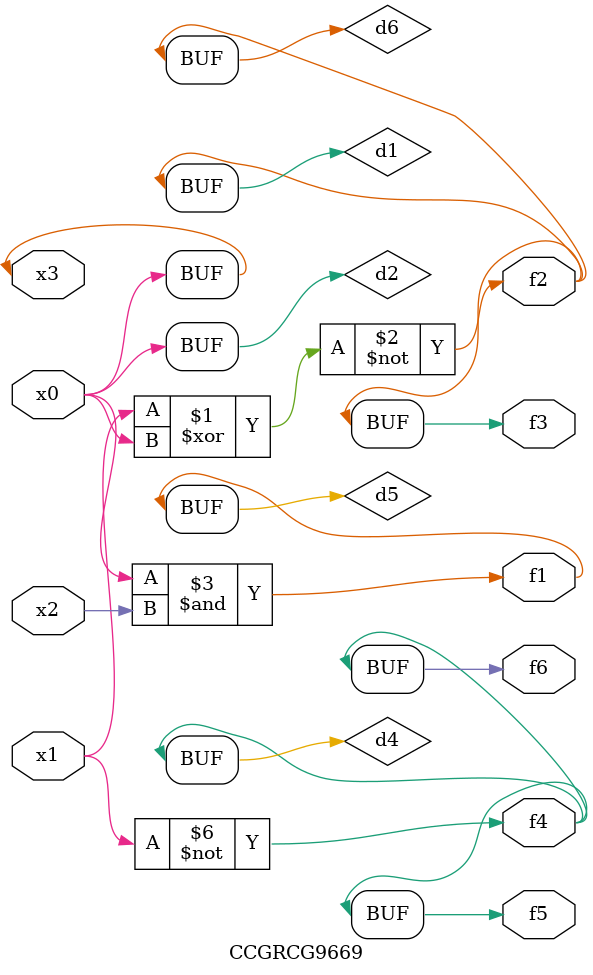
<source format=v>
module CCGRCG9669(
	input x0, x1, x2, x3,
	output f1, f2, f3, f4, f5, f6
);

	wire d1, d2, d3, d4, d5, d6;

	xnor (d1, x1, x3);
	buf (d2, x0, x3);
	nand (d3, x0, x2);
	not (d4, x1);
	nand (d5, d3);
	or (d6, d1);
	assign f1 = d5;
	assign f2 = d6;
	assign f3 = d6;
	assign f4 = d4;
	assign f5 = d4;
	assign f6 = d4;
endmodule

</source>
